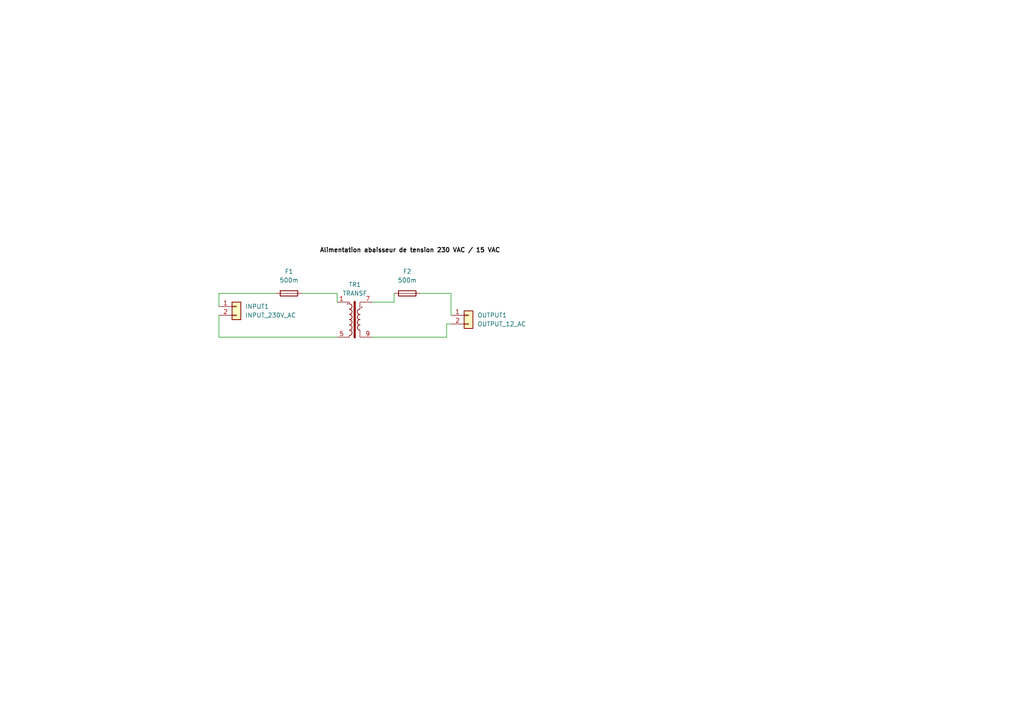
<source format=kicad_sch>
(kicad_sch (version 20231120) (generator "eeschema") (generator_version "8.0")
  (paper "A4")
  (title_block (title "Transformateur") (date "2024-11-03") (rev "0.0.1") (company "Solare-elec"))
  (lib_symbols
    (symbol "Connector_Generic:Conn_01x02" (pin_names (offset 1.016) hide)
      (property "Reference" "J" (at 0 2.54 0))
      (property "Value" "Conn_01x02" (at 0 -5.08 0))
      (symbol "Conn_01x02_1_1"
        (rectangle (start -1.27 -2.413) (end 0 -2.667) (stroke (width 0.1524)))
        (rectangle (start -1.27 0.127) (end 0 -0.127) (stroke (width 0.1524)))
        (rectangle (start -1.27 1.27) (end 1.27 -3.81) (stroke (width 0.254)) (fill (type background)))
        (pin passive line (at -5.08 0 0) (length 3.81) (name "Pin_1") (number "1"))
        (pin passive line (at -5.08 -2.54 0) (length 3.81) (name "Pin_2") (number "2"))
      )
    )
    (symbol "Device:Fuse" (pin_numbers hide) (pin_names (offset 0))
      (property "Reference" "F" (at 2.032 0 90))
      (property "Value" "Fuse" (at -1.905 0 90))
      (symbol "Fuse_0_1"
        (rectangle (start -0.762 -2.54) (end 0.762 2.54) (stroke (width 0.254)))
        (polyline (pts (xy 0 2.54) (xy 0 -2.54)))
      )
      (symbol "Fuse_1_1"
        (pin passive line (at 0 3.81 270) (length 1.27) (name "~") (number "1"))
        (pin passive line (at 0 -3.81 90) (length 1.27) (name "~") (number "2"))
      )
    )
    (symbol "Transformer:TEZ6.0-D-1" (pin_names (offset 0.0254))
      (property "Reference" "TR" (at 0 6.35 0))
      (property "Value" "TEZ6.0-D-1" (at 0 -6.35 0))
      (symbol "TEZ6.0-D-1_0_1"
        (circle (center -2.032 4.572) (radius 0.127))
        (arc (start -1.524 -4.572) (mid -0.7653 -3.81) (end -1.524 -3.048) (stroke (width 0.2032)))
        (arc (start -1.524 -3.048) (mid -0.7653 -2.286) (end -1.524 -1.524) (stroke (width 0.2032)))
        (arc (start -1.524 -1.524) (mid -0.7653 -0.762) (end -1.524 0) (stroke (width 0.2032)))
        (arc (start -1.524 0) (mid -0.7653 0.762) (end -1.524 1.524) (stroke (width 0.2032)))
        (arc (start -1.524 1.524) (mid -0.7653 2.286) (end -1.524 3.048) (stroke (width 0.2032)))
        (arc (start -1.524 3.048) (mid -0.7653 3.81) (end -1.524 4.572) (stroke (width 0.2032)))
        (rectangle (start -0.254 5.334) (end 0.254 -5.334) (stroke (width 0.0254)) (fill (type outline)))
        (polyline (pts (xy -1.524 -4.572) (xy -1.524 -5.08) (xy -2.54 -5.08)))
        (polyline (pts (xy -1.524 4.572) (xy -1.524 5.08) (xy -2.54 5.08)))
        (polyline (pts (xy 1.524 3.048) (xy 1.524 5.08) (xy 2.54 5.08) (xy 2.54 5.08)) (stroke (width 0.1524)))
        (polyline (pts (xy 2.54 -5.08) (xy 1.524 -5.08) (xy 1.524 -3.048) (xy 1.524 -3.048)) (stroke (width 0.1524)))
        (arc (start 1.524 -1.524) (mid 0.7653 -2.286) (end 1.524 -3.048) (stroke (width 0.2032)))
        (arc (start 1.524 0) (mid 0.7653 -0.762) (end 1.524 -1.524) (stroke (width 0.2032)))
        (arc (start 1.524 1.524) (mid 0.7653 0.762) (end 1.524 0) (stroke (width 0.2032)))
        (arc (start 1.524 3.048) (mid 0.7653 2.286) (end 1.524 1.524) (stroke (width 0.2032)))
        (circle (center 2.032 3.556) (radius 0.127))
      )
      (symbol "TEZ6.0-D-1_1_1"
        (pin passive line (at -5.08 5.08 0) (length 2.54) (name "~") (number "1"))
        (pin passive line (at -5.08 -5.08 0) (length 2.54) (name "~") (number "5"))
        (pin passive line (at 5.08 5.08 180) (length 2.54) (name "~") (number "7"))
        (pin passive line (at 5.08 -5.08 180) (length 2.54) (name "~") (number "9"))
      )
    )
  )
  (wire (pts (xy 130.81 85.09) (xy 130.81 91.44)))
  (wire (pts (xy 114.3 87.63) (xy 114.3 85.09)))
  (wire (pts (xy 63.5 85.09) (xy 80.01 85.09)))
  (wire (pts (xy 121.92 85.09) (xy 130.81 85.09)))
  (wire (pts (xy 63.5 88.9) (xy 63.5 85.09)))
  (wire (pts (xy 87.63 85.09) (xy 97.79 85.09)))
  (wire (pts (xy 63.5 97.79) (xy 63.5 91.44)))
  (wire (pts (xy 129.54 97.79) (xy 107.95 97.79)))
  (wire (pts (xy 129.54 93.98) (xy 129.54 97.79)))
  (wire (pts (xy 107.95 87.63) (xy 114.3 87.63)))
  (wire (pts (xy 129.54 93.98) (xy 130.81 93.98)))
  (wire (pts (xy 97.79 85.09) (xy 97.79 87.63)))
  (wire (pts (xy 97.79 97.79) (xy 63.5 97.79)))
  (label "Alimentation abaisseur de tension 230 VAC {slash} 15 VAC" (at 92.71 73.66 0) (effects (font (thickness 0.254) (bold yes))))
  (symbol (lib_id "Connector_Generic:Conn_01x02") (at 135.89 91.44 0) (unit 1)
    (property "Reference" "OUTPUT1" (at 138.43 91.4399 0) (effects (justify left)))
    (property "Value" "OUTPUT_12_AC" (at 138.43 93.9799 0) (effects (justify left)))
    (property "Footprint" "TerminalBlock_MetzConnect:TerminalBlock_MetzConnect_Type094_RT03502HBLU_1x02_P5.00mm_Horizontal" (effects (hide yes)))
    (property "Description" "Generic connector, single row, 01x02, script generated (kicad-library-utils/schlib/autogen/connector/)" (effects (hide yes)))
  )
  (symbol (lib_id "Connector_Generic:Conn_01x02") (at 68.58 88.9 0) (unit 1)
    (property "Reference" "INPUT1" (at 71.12 88.8999 0) (effects (justify left)))
    (property "Value" "INPUT_230V_AC" (at 71.12 91.4399 0) (effects (justify left)))
    (property "Footprint" "TerminalBlock_MetzConnect:TerminalBlock_MetzConnect_Type094_RT03502HBLU_1x02_P5.00mm_Horizontal" (effects (hide yes)))
    (property "Description" "Generic connector, single row, 01x02, script generated (kicad-library-utils/schlib/autogen/connector/)" (effects (hide yes)))
  )
  (symbol (lib_id "Device:Fuse") (at 118.11 85.09 270) (unit 1)
    (property "Reference" "F2" (at 118.11 78.74 90))
    (property "Value" "500m" (at 118.11 81.28 90))
    (property "Footprint" "Capacitor_THT:CP_Axial_L21.0mm_D8.0mm_P28.00mm_Horizontal" (effects (hide yes)))
    (property "Description" "Fuse" (effects (hide yes)))
  )
  (symbol (lib_id "Transformer:TEZ6.0-D-1") (at 102.87 92.71 0) (unit 1)
    (property "Reference" "TR1" (at 102.9081 82.55 0))
    (property "Value" "TRANSF" (at 102.9081 85.09 0))
    (property "Footprint" "Transformer_THT:Transformer_Breve_TEZ-38x45" (effects (hide yes)))
    (property "Datasheet" "http://www.breve.pl/pdf/ANG/TEZ_ang.pdf" (effects (hide yes)))
    (property "Description" "TEZ6.0/D/x, 6VA, Single Secondary, Cast Resin Transformer, PCB" (effects (hide yes)))
  )
  (symbol (lib_id "Device:Fuse") (at 83.82 85.09 270) (unit 1)
    (property "Reference" "F1" (at 83.82 78.74 90))
    (property "Value" "500m" (at 83.82 81.28 90))
    (property "Footprint" "Capacitor_THT:CP_Axial_L21.0mm_D8.0mm_P28.00mm_Horizontal" (effects (hide yes)))
    (property "Description" "Fuse" (effects (hide yes)))
  )
)
</source>
